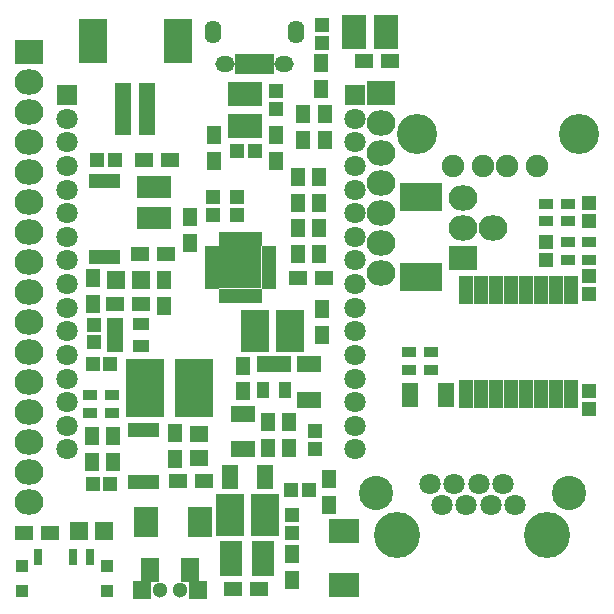
<source format=gts>
G04 #@! TF.FileFunction,Soldermask,Top*
%FSLAX46Y46*%
G04 Gerber Fmt 4.6, Leading zero omitted, Abs format (unit mm)*
G04 Created by KiCad (PCBNEW 4.0.3-stable) date 09/29/16 20:17:23*
%MOMM*%
%LPD*%
G01*
G04 APERTURE LIST*
%ADD10C,0.100000*%
%ADD11R,1.200000X2.400000*%
%ADD12R,2.000000X1.400000*%
%ADD13R,1.150000X1.200000*%
%ADD14R,1.400000X2.000000*%
%ADD15R,1.200000X1.150000*%
%ADD16R,1.650000X1.400000*%
%ADD17R,1.598880X1.598880*%
%ADD18R,2.599640X2.000200*%
%ADD19R,2.000200X2.599640*%
%ADD20R,3.600000X2.400000*%
%ADD21C,1.800000*%
%ADD22C,2.900000*%
%ADD23C,3.900000*%
%ADD24R,2.400000X3.600000*%
%ADD25R,3.300000X4.900000*%
%ADD26R,2.432000X2.127200*%
%ADD27O,2.432000X2.127200*%
%ADD28R,1.400000X4.400000*%
%ADD29R,2.400000X3.800000*%
%ADD30R,0.800000X1.750000*%
%ADD31O,1.650000X1.350000*%
%ADD32O,1.400000X1.950000*%
%ADD33C,1.901140*%
%ADD34C,3.399740*%
%ADD35R,1.300000X1.600000*%
%ADD36R,1.600000X1.300000*%
%ADD37R,0.800000X1.400000*%
%ADD38R,1.000000X1.000000*%
%ADD39R,1.550000X2.000000*%
%ADD40R,1.500000X1.600000*%
%ADD41C,1.300000*%
%ADD42R,1.050000X1.460000*%
%ADD43R,1.800000X1.800000*%
%ADD44R,1.960000X1.050000*%
%ADD45R,1.460000X1.050000*%
%ADD46R,0.800000X1.300000*%
%ADD47R,1.050000X1.960000*%
%ADD48R,1.050000X2.000000*%
%ADD49R,2.000000X1.050000*%
%ADD50R,1.300000X0.900000*%
%ADD51R,0.650000X1.300000*%
%ADD52R,1.300000X0.650000*%
%ADD53R,3.600000X3.600000*%
G04 APERTURE END LIST*
D10*
D11*
X67450000Y-43572000D03*
X66180000Y-43572000D03*
X64910000Y-43572000D03*
X63640000Y-43572000D03*
X62370000Y-43572000D03*
X61100000Y-43572000D03*
X59830000Y-43572000D03*
X58560000Y-43572000D03*
X58560000Y-52430000D03*
X59830000Y-52430000D03*
X61100000Y-52430000D03*
X62370000Y-52430000D03*
X63640000Y-52430000D03*
X64910000Y-52430000D03*
X66180000Y-52430000D03*
X67450000Y-52430000D03*
D12*
X39700000Y-54100000D03*
X39700000Y-57100000D03*
D13*
X65400000Y-39550000D03*
X65400000Y-41050000D03*
X69000000Y-37750000D03*
X69000000Y-36250000D03*
D12*
X45300000Y-49900000D03*
X45300000Y-52900000D03*
D13*
X69000000Y-42450000D03*
X69000000Y-43950000D03*
D14*
X53900000Y-52500000D03*
X56900000Y-52500000D03*
X41600000Y-59400000D03*
X38600000Y-59400000D03*
D13*
X27100000Y-48050000D03*
X27100000Y-46550000D03*
D15*
X28500000Y-60000000D03*
X27000000Y-60000000D03*
D13*
X43900000Y-64150000D03*
X43900000Y-62650000D03*
D15*
X43800000Y-60500000D03*
X45300000Y-60500000D03*
X28900000Y-32600000D03*
X27400000Y-32600000D03*
D16*
X36000000Y-57800000D03*
X36000000Y-55800000D03*
D15*
X27000000Y-49900000D03*
X28500000Y-49900000D03*
D13*
X37200000Y-35743492D03*
X37200000Y-37243492D03*
X46400000Y-21200000D03*
X46400000Y-22700000D03*
X39200000Y-37243492D03*
X39200000Y-35743492D03*
D15*
X39250000Y-31800000D03*
X40750000Y-31800000D03*
D13*
X42500000Y-28250000D03*
X42500000Y-26750000D03*
X69000000Y-52150000D03*
X69000000Y-53650000D03*
D17*
X25850980Y-64050000D03*
X27949020Y-64050000D03*
D18*
X48300000Y-64000000D03*
X48300000Y-68600000D03*
D19*
X31500000Y-63250000D03*
X36100000Y-63250000D03*
D17*
X31049020Y-42800000D03*
X28950980Y-42800000D03*
D20*
X54800000Y-35700000D03*
X54800000Y-42500000D03*
D21*
X55580000Y-60000000D03*
X56600000Y-61780000D03*
X57620000Y-60000000D03*
X58640000Y-61780000D03*
X59660000Y-60000000D03*
X60680000Y-61780000D03*
X61700000Y-60000000D03*
X62720000Y-61780000D03*
D22*
X67350000Y-60760000D03*
X50950000Y-60760000D03*
D23*
X52800000Y-64320000D03*
X65500000Y-64320000D03*
D24*
X43700000Y-47100000D03*
X40700000Y-47100000D03*
X41600000Y-62650000D03*
X38600000Y-62650000D03*
D25*
X35550000Y-51900000D03*
X31450000Y-51900000D03*
D26*
X21600000Y-23480000D03*
D27*
X21600000Y-26020000D03*
X21600000Y-28560000D03*
X21600000Y-31100000D03*
X21600000Y-33640000D03*
X21600000Y-36180000D03*
X21600000Y-38720000D03*
X21600000Y-41260000D03*
X21600000Y-43800000D03*
X21600000Y-46340000D03*
X21600000Y-48880000D03*
X21600000Y-51420000D03*
X21600000Y-53960000D03*
X21600000Y-56500000D03*
X21600000Y-59040000D03*
X21600000Y-61580000D03*
D26*
X58346000Y-40868000D03*
D27*
X58346000Y-35788000D03*
X60886000Y-38328000D03*
X58346000Y-38328000D03*
D28*
X31600000Y-28300000D03*
X29600000Y-28300000D03*
D29*
X34200000Y-22500000D03*
X27000000Y-22500000D03*
D30*
X42000900Y-24500000D03*
X41350900Y-24500000D03*
X40700900Y-24500000D03*
X40050900Y-24500000D03*
X39400900Y-24500000D03*
D31*
X43200900Y-24500000D03*
X38200900Y-24500000D03*
D32*
X44200900Y-21800000D03*
X37200900Y-21800000D03*
D33*
X57528000Y-33067000D03*
X60068000Y-33067000D03*
X62100000Y-33067000D03*
X64640000Y-33067000D03*
D34*
X54480000Y-30400000D03*
X68196000Y-30400000D03*
D35*
X39700000Y-50000000D03*
X39700000Y-52200000D03*
X41800000Y-57000000D03*
X41800000Y-54800000D03*
X43600000Y-57000000D03*
X43600000Y-54800000D03*
D36*
X23400000Y-64200000D03*
X21200000Y-64200000D03*
X38900000Y-68950000D03*
X41100000Y-68950000D03*
X34200000Y-59800000D03*
X36400000Y-59800000D03*
D35*
X28700000Y-58200000D03*
X28700000Y-56000000D03*
X33000000Y-42800000D03*
X33000000Y-45000000D03*
X26900000Y-58200000D03*
X26900000Y-56000000D03*
D36*
X31000000Y-40600000D03*
X33200000Y-40600000D03*
D35*
X43900000Y-68200000D03*
X43900000Y-66000000D03*
X47000000Y-59600000D03*
X47000000Y-61800000D03*
X27000000Y-42600000D03*
X27000000Y-44800000D03*
D36*
X28900000Y-44800000D03*
X31100000Y-44800000D03*
D35*
X34000000Y-55700000D03*
X34000000Y-57900000D03*
D36*
X33500000Y-32600000D03*
X31300000Y-32600000D03*
X44350000Y-42550000D03*
X46550000Y-42550000D03*
D35*
X46400000Y-45250000D03*
X46400000Y-47450000D03*
X46300000Y-24400000D03*
X46300000Y-26600000D03*
X35258698Y-37443492D03*
X35258698Y-39643492D03*
X44800000Y-30900000D03*
X44800000Y-28700000D03*
X46700000Y-28700000D03*
X46700000Y-30900000D03*
X37300000Y-30500000D03*
X37300000Y-32700000D03*
X42500000Y-32700000D03*
X42500000Y-30500000D03*
D36*
X52200000Y-24200000D03*
X50000000Y-24200000D03*
D35*
X44341302Y-40556508D03*
X44341302Y-38356508D03*
X46141302Y-38356508D03*
X46141302Y-40556508D03*
X46141302Y-34056508D03*
X46141302Y-36256508D03*
X44341302Y-36256508D03*
X44341302Y-34056508D03*
D37*
X26800000Y-66200000D03*
X25300000Y-66200000D03*
X22400000Y-66200000D03*
D38*
X21000000Y-67000000D03*
X21000000Y-69100000D03*
X28200000Y-69100000D03*
X28200000Y-67000000D03*
D39*
X35250000Y-67300000D03*
X31850000Y-67300000D03*
D40*
X31150000Y-69000000D03*
X35950000Y-69000000D03*
D41*
X34400000Y-69000000D03*
X32700000Y-69000000D03*
D42*
X43300000Y-49900000D03*
X42350000Y-49900000D03*
X41400000Y-49900000D03*
X41400000Y-52100000D03*
X43300000Y-52100000D03*
D43*
X24800000Y-27100000D03*
D21*
X24800000Y-29100000D03*
X24800000Y-31100000D03*
X24800000Y-33100000D03*
X24800000Y-35100000D03*
X24800000Y-37100000D03*
X24800000Y-39100000D03*
X24800000Y-41100000D03*
X24800000Y-43100000D03*
X24800000Y-45100000D03*
X24800000Y-47100000D03*
X24800000Y-49100000D03*
X24800000Y-51100000D03*
X24800000Y-53100000D03*
X24800000Y-55100000D03*
X24800000Y-57100000D03*
X49200000Y-57100000D03*
X49200000Y-55100000D03*
X49200000Y-53100000D03*
X49200000Y-51100000D03*
X49200000Y-49100000D03*
X49200000Y-47100000D03*
X49200000Y-45100000D03*
X49200000Y-43100000D03*
X49200000Y-41100000D03*
X49200000Y-39100000D03*
X49200000Y-37100000D03*
X49200000Y-35100000D03*
X49200000Y-33100000D03*
X49200000Y-31100000D03*
X49200000Y-29100000D03*
D43*
X49200000Y-27100000D03*
D44*
X38700000Y-65400000D03*
X38700000Y-66350000D03*
X38700000Y-67300000D03*
X41400000Y-67300000D03*
X41400000Y-65400000D03*
X41400000Y-66350000D03*
D45*
X28900000Y-46450000D03*
X28900000Y-47400000D03*
X28900000Y-48350000D03*
X31100000Y-48350000D03*
X31100000Y-46450000D03*
D46*
X30325000Y-59900000D03*
X30975000Y-59900000D03*
X31625000Y-59900000D03*
X32275000Y-59900000D03*
X32275000Y-55500000D03*
X31625000Y-55500000D03*
X30975000Y-55500000D03*
X30325000Y-55500000D03*
X28980000Y-34400000D03*
X28330000Y-34400000D03*
X27670000Y-34400000D03*
X27020000Y-34400000D03*
X27020000Y-40800000D03*
X27670000Y-40800000D03*
X28330000Y-40800000D03*
X28980000Y-40800000D03*
D47*
X31250000Y-37550000D03*
X32200000Y-37550000D03*
X33150000Y-37550000D03*
X33150000Y-34850000D03*
X31250000Y-34850000D03*
X32200000Y-34850000D03*
D48*
X39900000Y-29700000D03*
X40850000Y-29700000D03*
X38950000Y-29700000D03*
X39900000Y-27000000D03*
X40850000Y-27000000D03*
X38950000Y-27000000D03*
D49*
X49150000Y-21750000D03*
X49150000Y-22700000D03*
X49150000Y-20800000D03*
X51850000Y-21750000D03*
X51850000Y-22700000D03*
X51850000Y-20800000D03*
D50*
X69000000Y-41050000D03*
X69000000Y-39550000D03*
X65400000Y-37800000D03*
X65400000Y-36300000D03*
X67200000Y-41050000D03*
X67200000Y-39550000D03*
X67200000Y-37800000D03*
X67200000Y-36300000D03*
X55600000Y-50350000D03*
X55600000Y-48850000D03*
X53800000Y-50350000D03*
X53800000Y-48850000D03*
D26*
X51400000Y-26900000D03*
D27*
X51400000Y-29440000D03*
X51400000Y-31980000D03*
X51400000Y-34520000D03*
X51400000Y-37060000D03*
X51400000Y-39600000D03*
X51400000Y-42140000D03*
D50*
X26800000Y-54000000D03*
X26800000Y-52500000D03*
X28650000Y-54000000D03*
X28650000Y-52500000D03*
D51*
X41000000Y-39300000D03*
X40500000Y-39300000D03*
X40000000Y-39300000D03*
X39500000Y-39300000D03*
X39000000Y-39300000D03*
X38500000Y-39300000D03*
X38000000Y-39300000D03*
X40500000Y-44100000D03*
X40000000Y-44100000D03*
X38500000Y-44100000D03*
X41000000Y-44100000D03*
X39500000Y-44100000D03*
X38000000Y-44100000D03*
X39000000Y-44100000D03*
D52*
X41900000Y-41700000D03*
X41900000Y-42200000D03*
X41900000Y-42700000D03*
X41900000Y-43200000D03*
X41900000Y-41200000D03*
X41900000Y-40700000D03*
X41900000Y-40200000D03*
X37100000Y-40200000D03*
X37100000Y-40700000D03*
X37100000Y-41200000D03*
X37100000Y-41700000D03*
X37100000Y-42200000D03*
X37100000Y-43200000D03*
X37100000Y-42700000D03*
D53*
X39500000Y-41700000D03*
D13*
X45800000Y-55550000D03*
X45800000Y-57050000D03*
M02*

</source>
